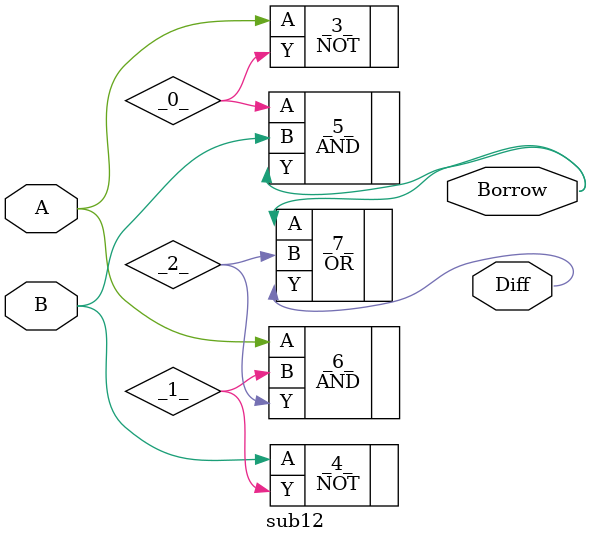
<source format=v>
/* Generated by Yosys 0.41+83 (git sha1 7045cf509, x86_64-w64-mingw32-g++ 13.2.1 -Os) */

/* cells_not_processed =  1  */
/* src = "sub12.v:2.1-20.10" */
module sub12(A, B, Diff, Borrow);
  wire _0_;
  wire _1_;
  wire _2_;
  /* src = "sub12.v:3.7-3.8" */
  input A;
  wire A;
  /* src = "sub12.v:3.10-3.11" */
  input B;
  wire B;
  /* src = "sub12.v:4.18-4.24" */
  output Borrow;
  wire Borrow;
  /* src = "sub12.v:4.12-4.16" */
  output Diff;
  wire Diff;
  NOT _3_ (
    .A(A),
    .Y(_0_)
  );
  NOT _4_ (
    .A(B),
    .Y(_1_)
  );
  AND _5_ (
    .A(_0_),
    .B(B),
    .Y(Borrow)
  );
  AND _6_ (
    .A(A),
    .B(_1_),
    .Y(_2_)
  );
  OR _7_ (
    .A(Borrow),
    .B(_2_),
    .Y(Diff)
  );
endmodule

</source>
